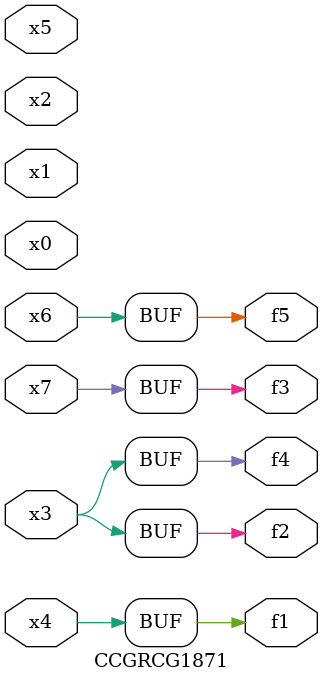
<source format=v>
module CCGRCG1871(
	input x0, x1, x2, x3, x4, x5, x6, x7,
	output f1, f2, f3, f4, f5
);
	assign f1 = x4;
	assign f2 = x3;
	assign f3 = x7;
	assign f4 = x3;
	assign f5 = x6;
endmodule

</source>
